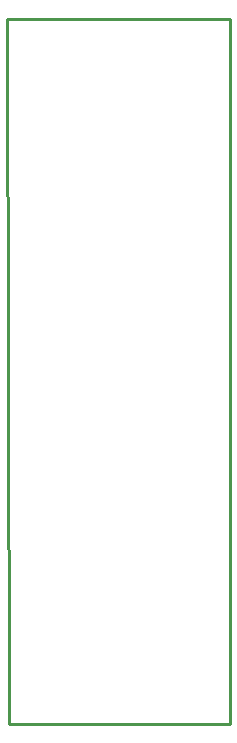
<source format=gko>
G04*
G04 #@! TF.GenerationSoftware,Altium Limited,Altium Designer,23.2.1 (34)*
G04*
G04 Layer_Color=16711935*
%FSLAX25Y25*%
%MOIN*%
G70*
G04*
G04 #@! TF.SameCoordinates,08813931-105C-4D26-8E83-7783437ACDD9*
G04*
G04*
G04 #@! TF.FilePolarity,Positive*
G04*
G01*
G75*
%ADD32C,0.01000*%
D32*
X-662Y235000D02*
X0Y0D01*
X73500D01*
Y235000D01*
X-662D02*
X73500D01*
M02*

</source>
